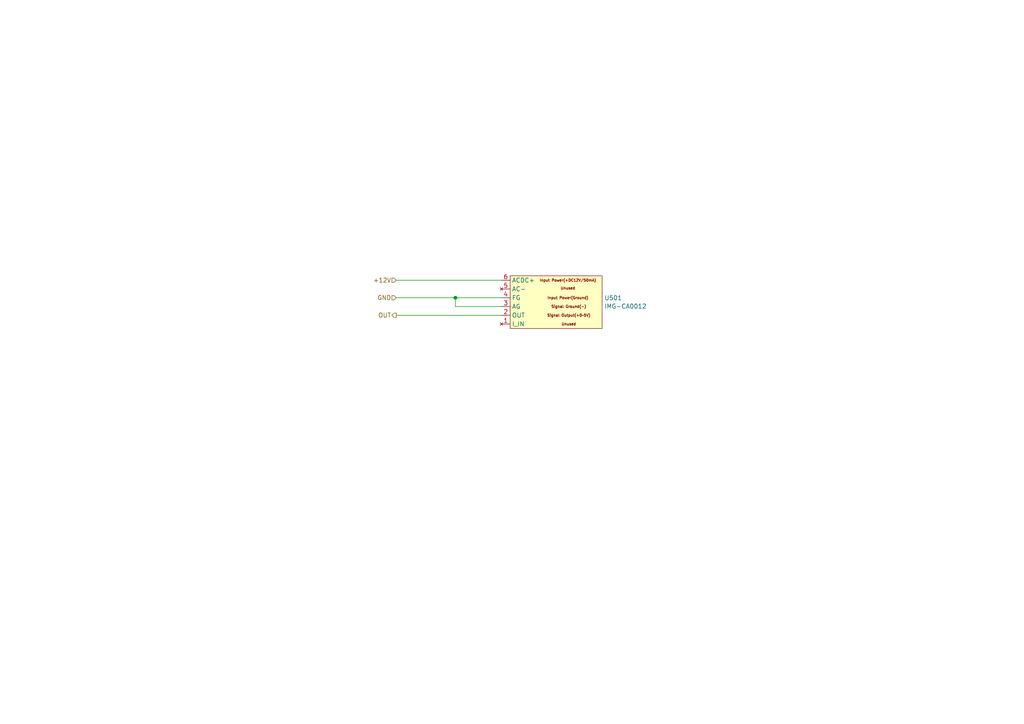
<source format=kicad_sch>
(kicad_sch (version 20250114) (generator "eeschema") (generator_version "9.0")
  (paper "A4")
  (lib_symbols
    (symbol "M302N-symlib:IMG_CA0012"
      (property "Reference" "U" (at 0 3.302 0))
      (property "Value" "IMG-CA0012" (at 0.254 1.27 0))
      (symbol "IMG_CA0012_1_1"
        (rectangle (start -12.7 0) (end 13.97 -15.24) (fill (type background)))
        (text "Unused" (at -3.048 -1.27 0) (effects (font (size 0.762 0.762))))
        (text "Signal Output(+0~5V)" (at -3.048 -3.81 0) (effects (font (size 0.762 0.762))))
        (text "Signal Ground(-)" (at -3.048 -6.35 0) (effects (font (size 0.762 0.762))))
        (text "Input Power(Ground)" (at -2.794 -8.89 0) (effects (font (size 0.762 0.762))))
        (text "Unused" (at -2.794 -11.684 0) (effects (font (size 0.762 0.762))))
        (text "Input Power(+DC12V/50mA)" (at -2.794 -13.97 0) (effects (font (size 0.762 0.762))))
        (pin no_connect line (at 16.51 -1.27 180) (length 2.54) (name "I_IN") (number "1"))
        (pin input line (at 16.51 -3.81 180) (length 2.54) (name "OUT") (number "2"))
        (pin output line (at 16.51 -6.35 180) (length 2.54) (name "AG") (number "3"))
        (pin power_in line (at 16.51 -8.89 180) (length 2.54) (name "FG") (number "4"))
        (pin no_connect line (at 16.51 -11.43 180) (length 2.54) (name "AC-") (number "5"))
        (pin power_in line (at 16.51 -13.97 180) (length 2.54) (name "ACDC+") (number "6"))
      )
    )
  )
  (junction (at 132.08 86.36))
  (wire (pts (xy 132.08 88.9) (xy 132.08 86.36)))
  (wire (pts (xy 145.415 88.9) (xy 132.08 88.9)))
  (wire (pts (xy 114.935 86.36) (xy 132.08 86.36)))
  (wire (pts (xy 132.08 86.36) (xy 145.415 86.36)))
  (wire (pts (xy 114.935 91.44) (xy 145.415 91.44)))
  (wire (pts (xy 114.935 81.28) (xy 145.415 81.28)))
  (hierarchical_label "GND" (shape input) (at 114.935 86.36 180))
  (hierarchical_label "+12V" (shape input) (at 114.935 81.28 180))
  (hierarchical_label "OUT" (shape output) (at 114.935 91.44 180))
  (symbol (lib_id "M302N-symlib:IMG_CA0012") (at 161.925 95.25 180) (unit 1)
    (property "Reference" "U501" (at 175.26 86.4178 0) (effects (justify right)))
    (property "Value" "IMG-CA0012" (at 175.26 88.8421 0) (effects (justify right)))
    (property "Datasheet" "https://www.murata.com/ja-jp/products/sensor/co2/overview/lineup/img-agri" (effects (hide yes)))
  )
)
</source>
